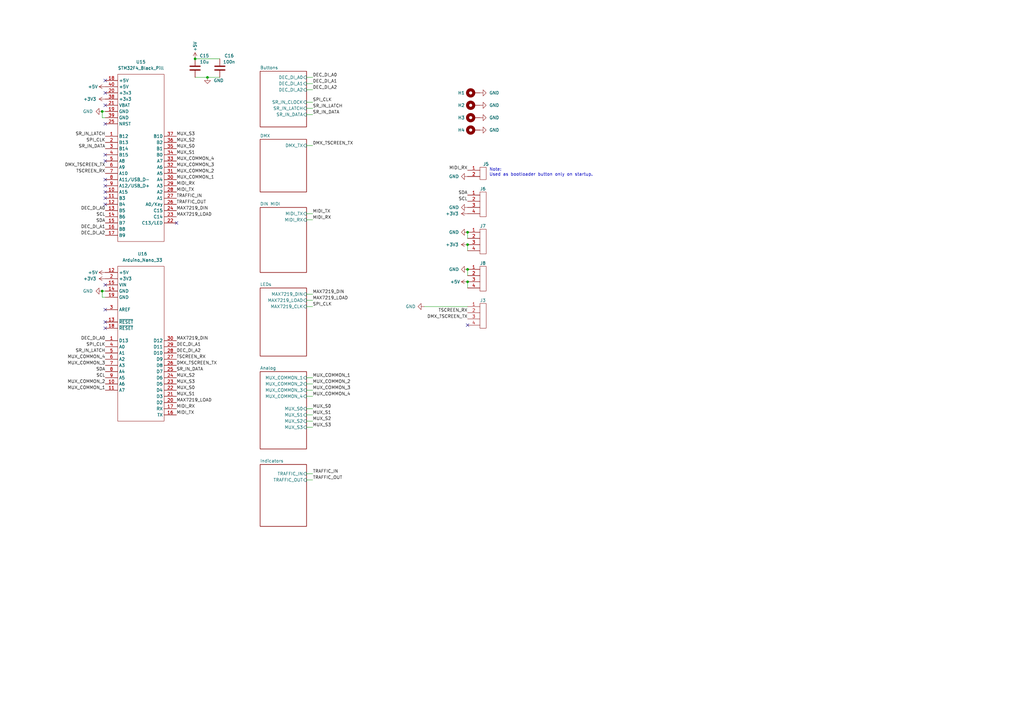
<source format=kicad_sch>
(kicad_sch (version 20211123) (generator eeschema)
  (paper "A3")
  (title_block (title "OpenDeck v3"))
  (lib_symbols
    (symbol "Connector_Generic:Conn_01x02" (pin_names (offset 1.016) hide)
      (property "Reference" "J?" (at 2.54 0.0001 0))
      (property "Value" "Conn_01x02" (at 2.54 -2.5399 0))
      (symbol "Conn_01x02_1_1"
        (rectangle (start -1.27 1.27) (end 1.27 -3.81))
        (pin passive line (at -6.35 0 0) (length 5.08) (name "Pin_1") (number "1"))
        (pin passive line (at -6.35 -2.54 0) (length 5.08) (name "Pin_2") (number "2"))
      )
    )
    (symbol "Connector_Generic:Conn_01x04" (pin_names (offset 1.016) hide)
      (property "Reference" "J3" (at 0 11.43 0))
      (symbol "Conn_01x04_1_1"
        (rectangle (start 0 10.16) (end 2.54 0))
        (pin passive line (at -5.08 8.89 0) (length 5.08) (name "Pin_1") (number "1"))
        (pin passive line (at -5.08 6.35 0) (length 5.08) (name "Pin_2") (number "2"))
        (pin passive line (at -5.08 3.81 0) (length 5.08) (name "Pin_3") (number "3"))
        (pin passive line (at -5.08 1.27 0) (length 5.08) (name "Pin_4") (number "4"))
      )
    )
    (symbol "Device:C" (pin_numbers hide) (pin_names (offset 0.254))
      (property "Reference" "C" (at 0.635 2.54 0))
      (property "Value" "C" (at 0.635 -2.54 0))
      (symbol "C_0_1"
        (polyline (pts (xy -2.032 -0.762) (xy 2.032 -0.762)) (stroke (width 0.508)))
        (polyline (pts (xy -2.032 0.762) (xy 2.032 0.762)) (stroke (width 0.508)))
      )
      (symbol "C_1_1"
        (pin passive line (at 0 3.81 270) (length 2.794) (name "~") (number "1"))
        (pin passive line (at 0 -3.81 90) (length 2.794) (name "~") (number "2"))
      )
    )
    (symbol "Mechanical:MountingHole_Pad" (pin_numbers hide) (pin_names (offset 1.016) hide)
      (property "Reference" "H" (at 0 6.35 0))
      (property "Value" "MountingHole_Pad" (at 0 4.445 0))
      (symbol "MountingHole_Pad_0_1"
        (circle (center 0 1.27) (radius 1.27) (stroke (width 1.27)))
      )
      (symbol "MountingHole_Pad_1_1"
        (pin input line (at 0 -2.54 90) (length 2.54) (name "1") (number "1"))
      )
    )
    (symbol "igor_lib:Arduino_Nano_33"
      (property "Reference" "U?" (at 10.16 67.31 0))
      (property "Value" "Arduino_Nano_33" (at 10.16 64.77 0))
      (symbol "Arduino_Nano_33_0_1"
        (rectangle (start 0 63.5) (end 19.05 0))
      )
      (symbol "Arduino_Nano_33_1_1"
        (pin bidirectional line (at -5.08 33.02 0) (length 5.08) (name "D13") (number "1"))
        (pin bidirectional line (at -5.08 15.24 0) (length 5.08) (name "A6") (number "10"))
        (pin bidirectional line (at -5.08 12.7 0) (length 5.08) (name "A7") (number "11"))
        (pin power_out line (at -5.08 60.96 0) (length 5.08) (name "+5V") (number "12"))
        (pin input line (at -5.08 40.64 0) (length 5.08) (name "~{RESET}") (number "13"))
        (pin power_in line (at -5.08 53.34 0) (length 5.08) (name "GND") (number "14"))
        (pin power_in line (at -5.08 55.88 0) (length 5.08) (name "VIN") (number "15"))
        (pin bidirectional line (at 24.13 2.54 180) (length 5.08) (name "TX") (number "16"))
        (pin bidirectional line (at 24.13 5.08 180) (length 5.08) (name "RX") (number "17"))
        (pin input line (at -5.08 38.1 0) (length 5.08) (name "~{RESET}") (number "18"))
        (pin power_in line (at -5.08 50.8 0) (length 5.08) (name "GND") (number "19"))
        (pin power_out line (at -5.08 58.42 0) (length 5.08) (name "+3V3") (number "2"))
        (pin bidirectional line (at 24.13 7.62 180) (length 5.08) (name "D2") (number "20"))
        (pin bidirectional line (at 24.13 10.16 180) (length 5.08) (name "D3") (number "21"))
        (pin bidirectional line (at 24.13 12.7 180) (length 5.08) (name "D4") (number "22"))
        (pin bidirectional line (at 24.13 15.24 180) (length 5.08) (name "D5") (number "23"))
        (pin bidirectional line (at 24.13 17.78 180) (length 5.08) (name "D6") (number "24"))
        (pin bidirectional line (at 24.13 20.32 180) (length 5.08) (name "D7") (number "25"))
        (pin bidirectional line (at 24.13 22.86 180) (length 5.08) (name "D8") (number "26"))
        (pin bidirectional line (at 24.13 25.4 180) (length 5.08) (name "D9") (number "27"))
        (pin bidirectional line (at 24.13 27.94 180) (length 5.08) (name "D10") (number "28"))
        (pin bidirectional line (at 24.13 30.48 180) (length 5.08) (name "D11") (number "29"))
        (pin input line (at -5.08 45.72 0) (length 5.08) (name "AREF") (number "3"))
        (pin bidirectional line (at 24.13 33.02 180) (length 5.08) (name "D12") (number "30"))
        (pin bidirectional line (at -5.08 30.48 0) (length 5.08) (name "A0") (number "4"))
        (pin bidirectional line (at -5.08 27.94 0) (length 5.08) (name "A1") (number "5"))
        (pin bidirectional line (at -5.08 25.4 0) (length 5.08) (name "A2") (number "6"))
        (pin bidirectional line (at -5.08 22.86 0) (length 5.08) (name "A3") (number "7"))
        (pin bidirectional line (at -5.08 20.32 0) (length 5.08) (name "A4") (number "8"))
        (pin bidirectional line (at -5.08 17.78 0) (length 5.08) (name "A5") (number "9"))
      )
    )
    (symbol "igor_lib:STM32F4_Black_Pill"
      (property "Reference" "U?" (at 8.89 72.39 0))
      (property "Value" "STM32F4_Black_Pill" (at 8.89 69.85 0))
      (symbol "STM32F4_Black_Pill_0_1"
        (rectangle (start 0 68.58) (end 19.05 0))
      )
      (symbol "STM32F4_Black_Pill_1_1"
        (pin passive line (at -5.08 43.18 0) (length 5.08) (name "B12") (number "1"))
        (pin passive line (at -5.08 20.32 0) (length 5.08) (name "A15") (number "10"))
        (pin passive line (at -5.08 17.78 0) (length 5.08) (name "B3") (number "11"))
        (pin passive line (at -5.08 15.24 0) (length 5.08) (name "B4") (number "12"))
        (pin passive line (at -5.08 12.7 0) (length 5.08) (name "B5") (number "13"))
        (pin passive line (at -5.08 10.16 0) (length 5.08) (name "B6") (number "14"))
        (pin passive line (at -5.08 7.62 0) (length 5.08) (name "B7") (number "15"))
        (pin passive line (at -5.08 5.08 0) (length 5.08) (name "B8") (number "16"))
        (pin passive line (at -5.08 2.54 0) (length 5.08) (name "B9") (number "17"))
        (pin power_out line (at -5.08 66.04 0) (length 5.08) (name "+5V") (number "18"))
        (pin power_out line (at -5.08 53.34 0) (length 5.08) (name "GND") (number "19"))
        (pin passive line (at -5.08 40.64 0) (length 5.08) (name "B13") (number "2"))
        (pin power_out line (at -5.08 60.96 0) (length 5.08) (name "+3v3") (number "20"))
        (pin power_in line (at -5.08 55.88 0) (length 5.08) (name "VBAT") (number "21"))
        (pin passive line (at 24.13 7.62 180) (length 5.08) (name "C13/LED") (number "22"))
        (pin passive line (at 24.13 10.16 180) (length 5.08) (name "C14") (number "23"))
        (pin passive line (at 24.13 12.7 180) (length 5.08) (name "C15") (number "24"))
        (pin input line (at -5.08 48.26 0) (length 5.08) (name "NRST") (number "25"))
        (pin passive line (at 24.13 15.24 180) (length 5.08) (name "A0/Key") (number "26"))
        (pin passive line (at 24.13 17.78 180) (length 5.08) (name "A1") (number "27"))
        (pin passive line (at 24.13 20.32 180) (length 5.08) (name "A2") (number "28"))
        (pin passive line (at 24.13 22.86 180) (length 5.08) (name "A3") (number "29"))
        (pin passive line (at -5.08 38.1 0) (length 5.08) (name "B14") (number "3"))
        (pin passive line (at 24.13 25.4 180) (length 5.08) (name "A4") (number "30"))
        (pin passive line (at 24.13 27.94 180) (length 5.08) (name "A5") (number "31"))
        (pin passive line (at 24.13 30.48 180) (length 5.08) (name "A6") (number "32"))
        (pin passive line (at 24.13 33.02 180) (length 5.08) (name "A7") (number "33"))
        (pin passive line (at 24.13 35.56 180) (length 5.08) (name "B0") (number "34"))
        (pin passive line (at 24.13 38.1 180) (length 5.08) (name "B1") (number "35"))
        (pin passive line (at 24.13 40.64 180) (length 5.08) (name "B2") (number "36"))
        (pin passive line (at 24.13 43.18 180) (length 5.08) (name "B10") (number "37"))
        (pin power_out line (at -5.08 58.42 0) (length 5.08) (name "+3v3") (number "38"))
        (pin power_out line (at -5.08 50.8 0) (length 5.08) (name "GND") (number "39"))
        (pin passive line (at -5.08 35.56 0) (length 5.08) (name "B15") (number "4"))
        (pin power_out line (at -5.08 63.5 0) (length 5.08) (name "+5V") (number "40"))
        (pin passive line (at -5.08 33.02 0) (length 5.08) (name "A8") (number "5"))
        (pin passive line (at -5.08 30.48 0) (length 5.08) (name "A9") (number "6"))
        (pin passive line (at -5.08 27.94 0) (length 5.08) (name "A10") (number "7"))
        (pin passive line (at -5.08 25.4 0) (length 5.08) (name "A11/USB_D-") (number "8"))
        (pin passive line (at -5.08 22.86 0) (length 5.08) (name "A12/USB_D+") (number "9"))
      )
    )
    (symbol "power:+3.3V" (power) (pin_names (offset 0))
      (property "Value" "+3.3V" (at 0 3.556 0))
      (symbol "+3.3V_0_1"
        (polyline (pts (xy -0.762 1.27) (xy 0 2.54)))
        (polyline (pts (xy 0 0) (xy 0 2.54)))
        (polyline (pts (xy 0 2.54) (xy 0.762 1.27)))
      )
      (symbol "+3.3V_1_1"
        (pin power_in line (at 0 0 90) (length 0) hide (name "+3V3") (number "1"))
      )
    )
    (symbol "power:+5V" (power) (pin_names (offset 0))
      (property "Value" "+5V" (at 0 3.556 0))
      (symbol "+5V_0_1"
        (polyline (pts (xy -0.762 1.27) (xy 0 2.54)))
        (polyline (pts (xy 0 0) (xy 0 2.54)))
        (polyline (pts (xy 0 2.54) (xy 0.762 1.27)))
      )
      (symbol "+5V_1_1"
        (pin power_in line (at 0 0 90) (length 0) hide (name "+5V") (number "1"))
      )
    )
    (symbol "power:GND" (power) (pin_names (offset 0))
      (property "Value" "GND" (at 0 -3.81 0))
      (symbol "GND_0_1"
        (polyline (pts (xy 0 0) (xy 0 -1.27) (xy 1.27 -1.27) (xy 0 -2.54) (xy -1.27 -1.27) (xy 0 -1.27)))
      )
      (symbol "GND_1_1"
        (pin power_in line (at 0 0 270) (length 0) hide (name "GND") (number "1"))
      )
    )
  )
  (junction (at 41.91 45.72))
  (junction (at 191.77 100.33))
  (junction (at 191.77 95.25))
  (junction (at 85.09 31.75))
  (junction (at 80.01 24.13))
  (junction (at 41.91 119.38))
  (junction (at 191.77 110.49))
  (junction (at 191.77 115.57))
  (no_connect (at 43.18 73.66))
  (no_connect (at 43.18 76.2))
  (no_connect (at 43.18 78.74))
  (no_connect (at 43.18 81.28))
  (no_connect (at 43.18 66.04))
  (no_connect (at 43.18 83.82))
  (no_connect (at 43.18 63.5))
  (no_connect (at 43.18 127))
  (no_connect (at 43.18 132.08))
  (no_connect (at 43.18 134.62))
  (no_connect (at 191.77 133.35))
  (no_connect (at 43.18 50.8))
  (no_connect (at 43.18 43.18))
  (no_connect (at 43.18 38.1))
  (no_connect (at 43.18 33.02))
  (no_connect (at 72.39 91.44))
  (no_connect (at 43.18 116.84))
  (wire (pts (xy 191.77 115.57) (xy 191.77 118.11)))
  (wire (pts (xy 125.73 31.75) (xy 128.27 31.75)))
  (wire (pts (xy 125.73 170.18) (xy 128.27 170.18)))
  (wire (pts (xy 43.18 119.38) (xy 41.91 119.38)))
  (wire (pts (xy 125.73 90.17) (xy 128.27 90.17)))
  (wire (pts (xy 41.91 48.26) (xy 41.91 45.72)))
  (wire (pts (xy 125.73 162.56) (xy 128.27 162.56)))
  (wire (pts (xy 125.73 123.19) (xy 128.27 123.19)))
  (wire (pts (xy 43.18 48.26) (xy 41.91 48.26)))
  (wire (pts (xy 125.73 36.83) (xy 128.27 36.83)))
  (wire (pts (xy 125.73 44.45) (xy 128.27 44.45)))
  (wire (pts (xy 80.01 31.75) (xy 85.09 31.75)))
  (wire (pts (xy 125.73 196.85) (xy 128.27 196.85)))
  (wire (pts (xy 41.91 45.72) (xy 43.18 45.72)))
  (wire (pts (xy 125.73 125.73) (xy 128.27 125.73)))
  (wire (pts (xy 80.01 24.13) (xy 90.17 24.13)))
  (wire (pts (xy 125.73 194.31) (xy 128.27 194.31)))
  (wire (pts (xy 125.73 41.91) (xy 128.27 41.91)))
  (wire (pts (xy 125.73 175.26) (xy 128.27 175.26)))
  (wire (pts (xy 125.73 59.69) (xy 128.27 59.69)))
  (wire (pts (xy 85.09 31.75) (xy 90.17 31.75)))
  (wire (pts (xy 125.73 157.48) (xy 128.27 157.48)))
  (wire (pts (xy 191.77 110.49) (xy 191.77 113.03)))
  (wire (pts (xy 125.73 160.02) (xy 128.27 160.02)))
  (wire (pts (xy 125.73 87.63) (xy 128.27 87.63)))
  (wire (pts (xy 191.77 100.33) (xy 191.77 102.87)))
  (wire (pts (xy 41.91 119.38) (xy 41.91 121.92)))
  (wire (pts (xy 41.91 121.92) (xy 43.18 121.92)))
  (wire (pts (xy 173.99 125.73) (xy 191.77 125.73)))
  (wire (pts (xy 125.73 120.65) (xy 128.27 120.65)))
  (wire (pts (xy 125.73 167.64) (xy 128.27 167.64)))
  (wire (pts (xy 125.73 34.29) (xy 128.27 34.29)))
  (wire (pts (xy 125.73 172.72) (xy 128.27 172.72)))
  (wire (pts (xy 125.73 154.94) (xy 128.27 154.94)))
  (wire (pts (xy 125.73 46.99) (xy 128.27 46.99)))
  (wire (pts (xy 191.77 95.25) (xy 191.77 97.79)))
  (text "Note:\nUsed as bootloader button only on startup." (at 200.66 72.39 0) (effects (font (size 1.27 1.27)) (justify left bottom)))
  (label "SDA" (at 191.77 80.01 180))
  (label "MUX_S0" (at 72.39 160.02 0))
  (label "TSCREEN_RX" (at 72.39 147.32 0))
  (label "MIDI_TX" (at 128.27 87.63 0))
  (label "MUX_COMMON_4" (at 72.39 66.04 0))
  (label "SPI_CLK" (at 128.27 125.73 0))
  (label "MIDI_TX" (at 72.39 78.74 0))
  (label "MUX_COMMON_1" (at 128.27 154.94 0))
  (label "TSCREEN_RX" (at 191.77 128.27 180))
  (label "MUX_S0" (at 128.27 167.64 0))
  (label "MAX7219_DIN" (at 128.27 120.65 0))
  (label "DEC_DI_A1" (at 128.27 34.29 0))
  (label "TRAFFIC_OUT" (at 128.27 196.85 0))
  (label "SCL" (at 43.18 154.94 180))
  (label "MUX_COMMON_2" (at 72.39 71.12 0))
  (label "TSCREEN_RX" (at 43.18 71.12 180))
  (label "MUX_COMMON_4" (at 43.18 147.32 180))
  (label "SR_IN_LATCH" (at 43.18 55.88 180))
  (label "MIDI_RX" (at 72.39 167.64 0))
  (label "MUX_COMMON_3" (at 43.18 149.86 180))
  (label "DMX_TSCREEN_TX" (at 72.39 149.86 0))
  (label "TRAFFIC_IN" (at 72.39 81.28 0))
  (label "SR_IN_LATCH" (at 43.18 144.78 180))
  (label "MUX_COMMON_2" (at 128.27 157.48 0))
  (label "SPI_CLK" (at 43.18 58.42 180))
  (label "MUX_COMMON_3" (at 72.39 68.58 0))
  (label "MAX7219_LOAD" (at 72.39 165.1 0))
  (label "MAX7219_DIN" (at 72.39 139.7 0))
  (label "DEC_DI_A0" (at 43.18 86.36 180))
  (label "DEC_DI_A0" (at 43.18 139.7 180))
  (label "MUX_S3" (at 72.39 55.88 0))
  (label "MIDI_RX" (at 191.77 69.85 180))
  (label "MUX_COMMON_4" (at 128.27 162.56 0))
  (label "DEC_DI_A2" (at 128.27 36.83 0))
  (label "MUX_S1" (at 72.39 162.56 0))
  (label "MUX_S2" (at 72.39 58.42 0))
  (label "MUX_COMMON_2" (at 43.18 157.48 180))
  (label "MIDI_RX" (at 128.27 90.17 0))
  (label "MUX_S0" (at 72.39 60.96 0))
  (label "SR_IN_DATA" (at 128.27 46.99 0))
  (label "TRAFFIC_OUT" (at 72.39 83.82 0))
  (label "SPI_CLK" (at 43.18 142.24 180))
  (label "MIDI_RX" (at 72.39 76.2 0))
  (label "SPI_CLK" (at 128.27 41.91 0))
  (label "MUX_COMMON_3" (at 128.27 160.02 0))
  (label "MUX_S2" (at 128.27 172.72 0))
  (label "DMX_TSCREEN_TX" (at 128.27 59.69 0))
  (label "MAX7219_LOAD" (at 128.27 123.19 0))
  (label "MUX_S3" (at 72.39 157.48 0))
  (label "SR_IN_LATCH" (at 128.27 44.45 0))
  (label "MAX7219_DIN" (at 72.39 86.36 0))
  (label "DEC_DI_A1" (at 43.18 93.98 180))
  (label "MUX_S2" (at 72.39 154.94 0))
  (label "MUX_S1" (at 128.27 170.18 0))
  (label "SCL" (at 191.77 82.55 180))
  (label "DEC_DI_A1" (at 72.39 142.24 0))
  (label "SCL" (at 43.18 88.9 180))
  (label "DMX_TSCREEN_TX" (at 43.18 68.58 180))
  (label "MUX_S3" (at 128.27 175.26 0))
  (label "DEC_DI_A2" (at 72.39 144.78 0))
  (label "SDA" (at 43.18 152.4 180))
  (label "DEC_DI_A2" (at 43.18 96.52 180))
  (label "SR_IN_DATA" (at 43.18 60.96 180))
  (label "DEC_DI_A0" (at 128.27 31.75 0))
  (label "SR_IN_DATA" (at 72.39 152.4 0))
  (label "MUX_COMMON_1" (at 43.18 160.02 180))
  (label "MUX_COMMON_1" (at 72.39 73.66 0))
  (label "MAX7219_LOAD" (at 72.39 88.9 0))
  (label "MIDI_TX" (at 72.39 170.18 0))
  (label "TRAFFIC_IN" (at 128.27 194.31 0))
  (label "MUX_S1" (at 72.39 63.5 0))
  (label "SDA" (at 43.18 91.44 180))
  (label "DMX_TSCREEN_TX" (at 191.77 130.81 180))
  (symbol (lib_id "Mechanical:MountingHole_Pad") (at 194.31 53.34 90) (unit 1)
    (property "Reference" "H4" (at 189.23 53.34 90))
    (property "Value" "MountingHole_Pad" (effects hide))
    (property "Footprint" "MountingHole:MountingHole_3.2mm_M3_DIN965_Pad" (effects hide))
  )
  (symbol (lib_id "power:+5V") (at 43.18 35.56 90) (mirror x) (unit 1)
    (property "Reference" "#PWR0176" (effects hide))
    (property "Value" "+5V" (at 38.1 35.56 90))
  )
  (symbol (lib_id "power:+5V") (at 43.18 111.76 90) (mirror x) (unit 1)
    (property "Reference" "#PWR0180" (effects hide))
    (property "Value" "+5V" (at 38.1 111.76 90))
  )
  (symbol (lib_id "power:GND") (at 191.77 110.49 270) (unit 1)
    (property "Reference" "#PWR0168" (effects hide))
    (property "Value" "GND" (at 184.15 110.49 90) (effects (justify left)))
  )
  (symbol (lib_id "power:GND") (at 196.85 53.34 90) (unit 1)
    (property "Reference" "#PWR0167" (effects hide))
    (property "Value" "GND" (at 200.66 53.3399 90) (effects (justify right)))
  )
  (symbol (lib_id "power:GND") (at 196.85 43.18 90) (unit 1)
    (property "Reference" "#PWR0165" (effects hide))
    (property "Value" "GND" (at 200.66 43.1799 90) (effects (justify right)))
  )
  (symbol (lib_id "Device:C") (at 80.01 27.94 180) (unit 1)
    (property "Reference" "C15" (at 83.82 22.86 0))
    (property "Value" "10u" (at 83.82 25.4 0))
    (property "Footprint" "Capacitor_SMD:C_0402_1005Metric" (effects hide))
    (property "LCSC" "C15525" (effects hide))
  )
  (symbol (lib_id "power:GND") (at 191.77 95.25 270) (unit 1)
    (property "Reference" "#PWR0169" (effects hide))
    (property "Value" "GND" (at 184.15 95.25 90) (effects (justify left)))
  )
  (symbol (lib_id "power:+3.3V") (at 191.77 100.33 90) (unit 1)
    (property "Reference" "#PWR0175" (effects hide))
    (property "Value" "+3.3V" (at 185.42 100.33 90))
  )
  (symbol (lib_id "power:GND") (at 41.91 119.38 270) (unit 1)
    (property "Reference" "#PWR0155" (effects hide))
    (property "Value" "GND" (at 38.1 119.3799 90) (effects (justify right)))
  )
  (symbol (lib_id "Mechanical:MountingHole_Pad") (at 194.31 38.1 90) (unit 1)
    (property "Reference" "H1" (at 189.23 38.1 90))
    (property "Value" "MountingHole_Pad" (effects hide))
    (property "Footprint" "MountingHole:MountingHole_3.2mm_M3_DIN965_Pad" (effects hide))
  )
  (symbol (lib_id "power:+3.3V") (at 43.18 40.64 90) (unit 1)
    (property "Reference" "#PWR0177" (effects hide))
    (property "Value" "+3.3V" (at 36.83 40.64 90))
  )
  (symbol (lib_id "Connector_Generic:Conn_01x02") (at 198.12 69.85 0) (unit 1)
    (property "Reference" "J5" (at 198.12 67.31 0) (effects (justify left)))
    (property "Value" "Conn_01x02" (effects hide))
    (property "Footprint" "Connector_PinHeader_2.54mm:PinHeader_1x02_P2.54mm_Vertical" (effects hide))
  )
  (symbol (lib_id "Connector_Generic:Conn_01x04") (at 196.85 88.9 0) (unit 1)
    (property "Reference" "J6" (at 196.85 77.47 0) (effects (justify left)))
    (property "Value" "Conn_01x04" (effects hide))
    (property "Footprint" "Connector_JST:JST_XH_B4B-XH-A_1x04_P2.50mm_Vertical" (effects hide))
    (property "LCSC" "C131334" (effects hide))
  )
  (symbol (lib_id "Mechanical:MountingHole_Pad") (at 194.31 48.26 90) (unit 1)
    (property "Reference" "H3" (at 189.23 48.26 90))
    (property "Value" "MountingHole_Pad" (effects hide))
    (property "Footprint" "MountingHole:MountingHole_3.2mm_M3_DIN965_Pad" (effects hide))
  )
  (symbol (lib_id "power:GND") (at 191.77 85.09 270) (unit 1)
    (property "Reference" "#PWR0172" (effects hide))
    (property "Value" "GND" (at 184.15 85.09 90) (effects (justify left)))
  )
  (symbol (lib_id "Device:C") (at 90.17 27.94 180) (unit 1)
    (property "Reference" "C16" (at 93.98 22.86 0))
    (property "Value" "100n" (at 93.98 25.4 0))
    (property "Footprint" "Capacitor_SMD:C_0402_1005Metric" (effects hide))
    (property "LCSC" "C1525" (effects hide))
  )
  (symbol (lib_id "power:GND") (at 196.85 38.1 90) (unit 1)
    (property "Reference" "#PWR0164" (effects hide))
    (property "Value" "GND" (at 200.66 38.0999 90) (effects (justify right)))
  )
  (symbol (lib_id "power:GND") (at 173.99 125.73 270) (unit 1)
    (property "Reference" "#PWR0170" (effects hide))
    (property "Value" "GND" (at 166.37 125.73 90) (effects (justify left)))
  )
  (symbol (lib_id "power:+5V") (at 191.77 115.57 90) (mirror x) (unit 1)
    (property "Reference" "#PWR0174" (effects hide))
    (property "Value" "+5V" (at 186.69 115.57 90))
  )
  (symbol (lib_id "igor_lib:STM32F4_Black_Pill") (at 48.26 99.06 0) (unit 1)
    (property "Reference" "U15" (at 57.785 25.4 0))
    (property "Value" "STM32F4_Black_Pill" (at 57.785 27.94 0))
    (property "Footprint" "igor_footprint_lib:STM32F4BlackPill" (effects hide))
  )
  (symbol (lib_id "Mechanical:MountingHole_Pad") (at 194.31 43.18 90) (unit 1)
    (property "Reference" "H2" (at 189.23 43.18 90))
    (property "Value" "MountingHole_Pad" (effects hide))
    (property "Footprint" "MountingHole:MountingHole_3.2mm_M3_DIN965_Pad" (effects hide))
  )
  (symbol (lib_id "igor_lib:Arduino_Nano_33") (at 48.26 172.72 0) (unit 1)
    (property "Reference" "U16" (at 58.42 104.14 0))
    (property "Value" "Arduino_Nano_33" (at 58.42 106.68 0))
    (property "Footprint" "igor_footprint_lib:Arduino Nano 33 BLE" (effects hide))
  )
  (symbol (lib_id "power:GND") (at 85.09 31.75 0) (unit 1)
    (property "Reference" "#PWR04" (effects hide))
    (property "Value" "GND" (at 87.63 33.0199 0) (effects (justify left)))
  )
  (symbol (lib_id "power:GND") (at 41.91 45.72 270) (unit 1)
    (property "Reference" "#PWR0147" (effects hide))
    (property "Value" "GND" (at 38.1 45.7199 90) (effects (justify right)))
  )
  (symbol (lib_id "power:GND") (at 191.77 72.39 270) (unit 1)
    (property "Reference" "#PWR0146" (effects hide))
    (property "Value" "GND" (at 184.15 72.39 90) (effects (justify left)))
  )
  (symbol (lib_id "power:GND") (at 196.85 48.26 90) (unit 1)
    (property "Reference" "#PWR0166" (effects hide))
    (property "Value" "GND" (at 200.66 48.2599 90) (effects (justify right)))
  )
  (symbol (lib_id "Connector_Generic:Conn_01x04") (at 196.85 119.38 0) (unit 1)
    (property "Reference" "J8" (at 196.85 107.95 0) (effects (justify left)))
    (property "Value" "Conn_01x04" (effects hide))
    (property "Footprint" "Connector_JST:JST_XH_B4B-XH-A_1x04_P2.50mm_Vertical" (effects hide))
    (property "LCSC" "C131334" (effects hide))
  )
  (symbol (lib_id "power:+5V") (at 80.01 24.13 0) (mirror y) (unit 1)
    (property "Reference" "#PWR02" (effects hide))
    (property "Value" "+5V" (at 80.01 19.05 90))
  )
  (symbol (lib_id "power:+3.3V") (at 191.77 87.63 90) (unit 1)
    (property "Reference" "#PWR0173" (effects hide))
    (property "Value" "+3.3V" (at 185.42 87.63 90))
  )
  (symbol (lib_id "Connector_Generic:Conn_01x04") (at 196.85 104.14 0) (unit 1)
    (property "Reference" "J7" (at 196.85 92.71 0) (effects (justify left)))
    (property "Value" "Conn_01x04" (effects hide))
    (property "Footprint" "Connector_JST:JST_XH_B4B-XH-A_1x04_P2.50mm_Vertical" (effects hide))
    (property "LCSC" "C131334" (effects hide))
  )
  (symbol (lib_id "power:+3.3V") (at 43.18 114.3 90) (unit 1)
    (property "Reference" "#PWR0181" (effects hide))
    (property "Value" "+3.3V" (at 36.83 114.3 90))
  )
  (symbol (lib_id "Connector_Generic:Conn_01x04") (at 196.85 134.62 0) (unit 1)
    (property "Reference" "J3" (at 196.85 123.19 0) (effects (justify left)))
    (property "Value" "Conn_01x04" (effects hide))
    (property "Footprint" "Connector_JST:JST_XH_B4B-XH-A_1x04_P2.50mm_Vertical" (effects hide))
    (property "LCSC" "C131334" (effects hide))
  )
  (sheet (at 106.68 57.15) (size 19.05 21.59) (stroke (width 0.1524))
    (property "Sheet name" "DMX" (at 106.68 56.4384 0) (effects (justify left bottom)))
    (property "Sheet file" "DMX.kicad_sch" (effects hide))
    (pin "DMX_TX" input (at 125.73 59.69 0))
  )
  (sheet (at 106.68 85.09) (size 19.05 26.67) (stroke (width 0.1524))
    (property "Sheet name" "DIN MIDI" (at 106.68 84.3784 0) (effects (justify left bottom)))
    (property "Sheet file" "DIN_MIDI.kicad_sch" (effects hide))
    (pin "MIDI_TX" input (at 125.73 87.63 0))
    (pin "MIDI_RX" input (at 125.73 90.17 0))
  )
  (sheet (at 106.68 152.4) (size 19.05 31.75) (stroke (width 0.1524))
    (property "Sheet name" "Analog" (at 106.68 151.6884 0) (effects (justify left bottom)))
    (property "Sheet file" "Analog.kicad_sch" (effects hide))
    (pin "MUX_COMMON_1" input (at 125.73 154.94 0))
    (pin "MUX_COMMON_2" input (at 125.73 157.48 0))
    (pin "MUX_COMMON_3" input (at 125.73 160.02 0))
    (pin "MUX_COMMON_4" input (at 125.73 162.56 0))
    (pin "MUX_S3" input (at 125.73 175.26 0))
    (pin "MUX_S2" input (at 125.73 172.72 0))
    (pin "MUX_S1" input (at 125.73 170.18 0))
    (pin "MUX_S0" input (at 125.73 167.64 0))
  )
  (sheet (at 106.68 190.5) (size 19.05 25.4) (stroke (width 0.1524))
    (property "Sheet name" "Indicators" (at 106.68 189.7884 0) (effects (justify left bottom)))
    (property "Sheet file" "Indicators.kicad_sch" (effects hide))
    (pin "TRAFFIC_IN" input (at 125.73 194.31 0))
    (pin "TRAFFIC_OUT" input (at 125.73 196.85 0))
  )
  (sheet (at 106.68 29.21) (size 19.05 22.86) (stroke (width 0.1524))
    (property "Sheet name" "Buttons" (at 106.68 28.4984 0) (effects (justify left bottom)))
    (property "Sheet file" "Buttons.kicad_sch" (effects hide))
    (pin "DEC_DI_A1" input (at 125.73 34.29 0))
    (pin "DEC_DI_A0" input (at 125.73 31.75 0))
    (pin "DEC_DI_A2" input (at 125.73 36.83 0))
    (pin "SR_IN_CLOCK" input (at 125.73 41.91 0))
    (pin "SR_IN_LATCH" input (at 125.73 44.45 0))
    (pin "SR_IN_DATA" input (at 125.73 46.99 0))
  )
  (sheet (at 106.68 118.11) (size 19.05 27.94) (stroke (width 0.1524))
    (property "Sheet name" "LEDs" (at 106.68 117.3984 0) (effects (justify left bottom)))
    (property "Sheet file" "LEDs.kicad_sch" (effects hide))
    (pin "MAX7219_DIN" input (at 125.73 120.65 0))
    (pin "MAX7219_LOAD" input (at 125.73 123.19 0))
    (pin "MAX7219_CLK" input (at 125.73 125.73 0))
  )
)
</source>
